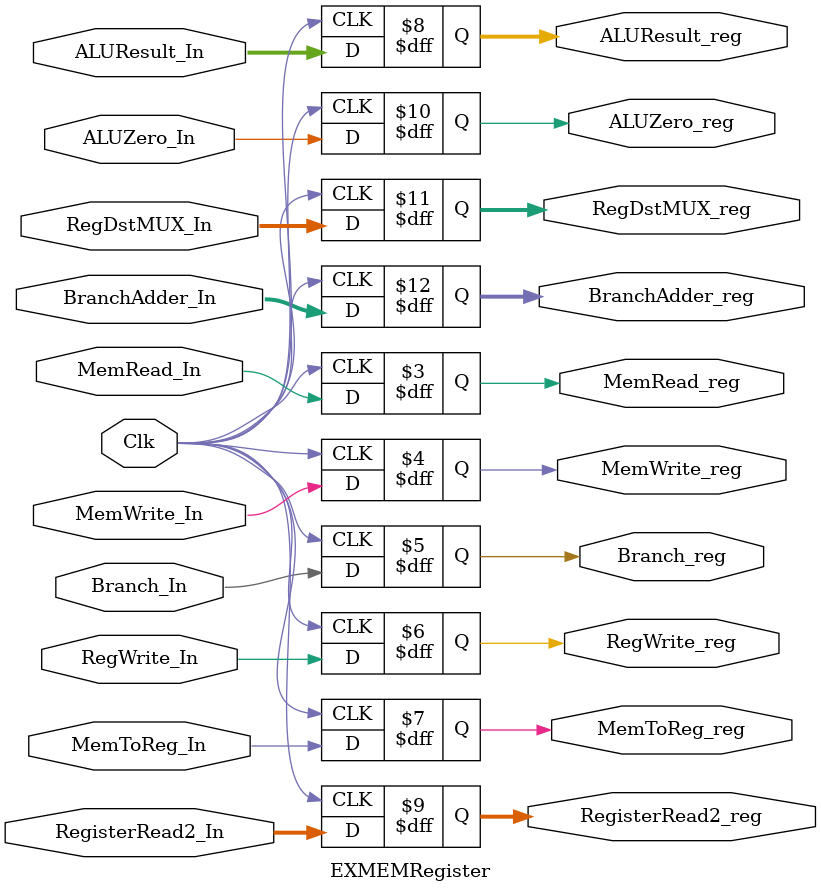
<source format=v>
`timescale 1ns / 1ps

module EXMEMRegister(
// inputs
Clk, MemRead_In, MemWrite_In, Branch_In, RegWrite_In, MemToReg_In,
ALUResult_In, RegisterRead2_In, ALUZero_In, RegDstMUX_In,
// outputs
MemRead_reg, MemWrite_reg, Branch_reg, RegWrite_reg, MemToReg_reg, 
ALUResult_reg, RegisterRead2_reg, ALUZero_reg, RegDstMUX_reg,
//new stuff
BranchAdder_In, BranchAdder_reg
);

    input Clk;
    input MemRead_In;
    input MemWrite_In;
    input Branch_In;
    input RegWrite_In;
    input MemToReg_In;
    input [31:0] ALUResult_In, RegisterRead2_In;
    input ALUZero_In; 
    input [4:0] RegDstMUX_In;
    input [31:0] BranchAdder_In;////////////////////////\
    
    
    output MemRead_reg;
    output MemWrite_reg;
    output Branch_reg;
    output RegWrite_reg;
    output MemToReg_reg;
    output [31:0] ALUResult_reg, RegisterRead2_reg;
    output ALUZero_reg;
    output [4:0] RegDstMUX_reg; //changed
    output [31:0] BranchAdder_reg;//////////////////

    // registers
    reg MemRead_reg;
    reg MemWrite_reg;
    reg Branch_reg;
    reg RegWrite_reg;
    reg MemToReg_reg;
    reg [31:0] ALUResult_reg, RegisterRead2_reg;
    reg ALUZero_reg;
    reg [4:0] RegDstMUX_reg; 
    reg [31:0] BranchAdder_reg;
    
    initial begin
        MemRead_reg <= 0; /////////////////////////
        MemWrite_reg <= 0;
        Branch_reg <= 0;
        RegWrite_reg <= 0;
        MemToReg_reg <= 0;
        //ControlWBStore <= 0;
        //ControlMEMStore <= 0;
        ALUResult_reg <= 0;
        RegisterRead2_reg <= 0;
        ALUZero_reg <= 0;
        RegDstMUX_reg <= 0;
        BranchAdder_reg <= 0;
    end
    
    always @(posedge Clk) begin
        MemRead_reg <= MemRead_In; /////////////////////////
        MemWrite_reg <= MemWrite_In;
        Branch_reg <= Branch_In;
        RegWrite_reg <= RegWrite_In;
        MemToReg_reg <= MemToReg_In;
        //ControlWBStore <= ControlWB_In;
        //ControlMEMStore <= ControlMEM_In;
        ALUResult_reg <= ALUResult_In;
        RegisterRead2_reg <= RegisterRead2_In;
        ALUZero_reg <= ALUZero_In;
        RegDstMUX_reg <= RegDstMUX_In;
        BranchAdder_reg <= BranchAdder_In;
    end
    
    // removed negedge code
    

endmodule

</source>
